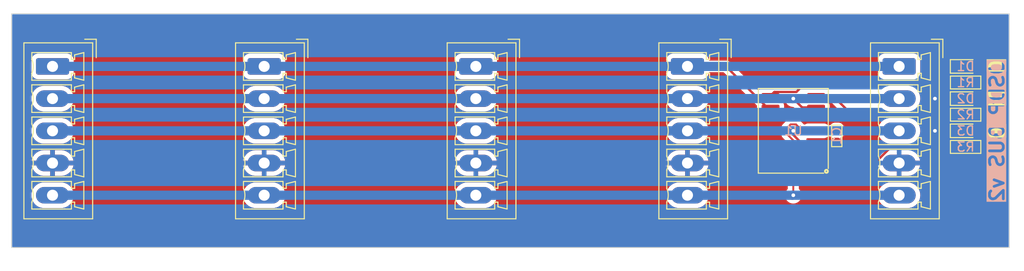
<source format=kicad_pcb>
(kicad_pcb (version 20221018) (generator pcbnew)
  (layers (0 "F.Cu" signal) (31 "B.Cu" signal) (34 "B.Paste" user) (35 "F.Paste" user) (36 "B.SilkS" user "B.Silkscreen") (37 "F.SilkS" user "F.Silkscreen") (38 "B.Mask" user) (39 "F.Mask" user) (44 "Edge.Cuts" user))
  (net 0 "")
  (net 1 "+")
  (net 2 "-")
  (net 3 "0")
  (net 4 "1")
  (net 5 "L")
  (net 6 "Net-(D1-A)")
  (net 7 "Net-(D2-A)")
  (net 8 "Net-(D3-A)")
  (net 9 "/0 out")
  (net 10 "/1 out")
  (net 11 "/L out")
  (net 12 "Net-(U1D--)")
  (footprint "LED_SMD:LED_0603_1608Metric_Pad1.05x0.95mm_HandSolder" (layer "F.Cu") (at 129.0625 34.6175)
    (fp_text reference "D2" (at 0 0) (layer "B.SilkS" knockout) (effects (justify mirror)))
    (fp_text value "LED")
    (fp_line (start -1.66 -0.735) (end -1.66 0.735) (stroke (width 0.12)) (layer "F.SilkS"))
    (fp_line (start -1.66 0.735) (end 0.8 0.735) (stroke (width 0.12)) (layer "F.SilkS"))
    (fp_line (start 0.8 -0.735) (end -1.66 -0.735) (stroke (width 0.12)) (layer "F.SilkS"))
    (pad "1" smd roundrect locked (at -0.875 0) (size 1.05 0.95) (layers "F.Cu" "F.Paste" "F.Mask") (net 2 "-"))
    (pad "2" smd roundrect locked (at 0.875 0) (size 1.05 0.95) (layers "F.Cu" "F.Paste" "F.Mask") (net 7 "Net-(D2-A)"))
  )
  (footprint "PCM_Resistor_SMD_AKL:R_0603_1608Metric_Pad0.98x0.95mm_HandSolder" (layer "F.Cu") (at 129.0625 32.8675)
    (fp_text reference "R1" (at 0 0 180) (layer "B.SilkS" knockout) (effects (justify mirror)))
    (fp_text value "1.5k")
    (fp_line (start -1.651 -0.6985) (end -1.651 0.6985) (stroke (width 0.12)) (layer "F.SilkS"))
    (fp_line (start -1.651 0.6985) (end 1.651 0.6985) (stroke (width 0.12)) (layer "F.SilkS"))
    (fp_line (start 1.651 -0.6985) (end -1.651 -0.6985) (stroke (width 0.12)) (layer "F.SilkS"))
    (fp_line (start 1.651 0.6985) (end 1.651 -0.6985) (stroke (width 0.12)) (layer "F.SilkS"))
    (pad "1" smd roundrect locked (at -0.9125 0) (size 0.975 0.95) (layers "F.Cu" "F.Paste" "F.Mask") (net 11 "/L out"))
    (pad "2" smd roundrect locked (at 0.9125 0) (size 0.975 0.95) (layers "F.Cu" "F.Paste" "F.Mask") (net 6 "Net-(D1-A)"))
  )
  (footprint "Connector_Phoenix_MC:PhoenixContact_MCV_1,5_5-G-3.5_1x05_P3.50mm_Vertical" (layer "F.Cu") (at 121.8375 31.1175 -90)
    (fp_text reference "J5" hide)
    (fp_text value "Conn_01x05")
    (fp_line (start -2.95 -4.75) (end -0.95 -4.75) (stroke (width 0.12)) (layer "F.SilkS"))
    (fp_line (start -2.95 -3.5) (end -2.95 -4.75) (stroke (width 0.12)) (layer "F.SilkS"))
    (fp_line (start -2.56 -4.36) (end -2.56 3.11) (stroke (width 0.12)) (layer "F.SilkS"))
    (fp_line (start -2.56 3.11) (end 16.56 3.11) (stroke (width 0.12)) (layer "F.SilkS"))
    (fp_line (start -1.5 -3.4) (end 1.5 -3.4) (stroke (width 0.12)) (layer "F.SilkS"))
    (fp_line (start -1.5 -2.05) (end -0.75 -2.05) (stroke (width 0.12)) (layer "F.SilkS"))
    (fp_line (start -1.5 2.25) (end -1.5 -2.05) (stroke (width 0.12)) (layer "F.SilkS"))
    (fp_line (start -1.25 -2.4) (end -1.5 -3.4) (stroke (width 0.12)) (layer "F.SilkS"))
    (fp_line (start -0.75 -2.4) (end -1.25 -2.4) (stroke (width 0.12)) (layer "F.SilkS"))
    (fp_line (start -0.75 -2.05) (end -0.75 -2.4) (stroke (width 0.12)) (layer "F.SilkS"))
    (fp_line (start -0.75 2.25) (end -1.5 2.25) (stroke (width 0.12)) (layer "F.SilkS"))
    (fp_line (start 0.75 -2.4) (end 0.75 -2.05) (stroke (width 0.12)) (layer "F.SilkS"))
    (fp_line (start 0.75 -2.05) (end 1.5 -2.05) (stroke (width 0.12)) (layer "F.SilkS"))
    (fp_line (start 1.25 -2.4) (end 0.75 -2.4) (stroke (width 0.12)) (layer "F.SilkS"))
    (fp_line (start 1.5 -3.4) (end 1.25 -2.4) (stroke (width 0.12)) (layer "F.SilkS"))
    (fp_line (start 1.5 -2.05) (end 1.5 2.25) (stroke (width 0.12)) (layer "F.SilkS"))
    (fp_line (start 1.5 2.25) (end 0.75 2.25) (stroke (width 0.12)) (layer "F.SilkS"))
    (fp_line (start 2 -3.4) (end 5 -3.4) (stroke (width 0.12)) (layer "F.SilkS"))
    (fp_line (start 2 -2.05) (end 2.75 -2.05) (stroke (width 0.12)) (layer "F.SilkS"))
    (fp_line (start 2 2.25) (end 2 -2.05) (stroke (width 0.12)) (layer "F.SilkS"))
    (fp_line (start 2.25 -2.4) (end 2 -3.4) (stroke (width 0.12)) (layer "F.SilkS"))
    (fp_line (start 2.75 -2.4) (end 2.25 -2.4) (stroke (width 0.12)) (layer "F.SilkS"))
    (fp_line (start 2.75 -2.05) (end 2.75 -2.4) (stroke (width 0.12)) (layer "F.SilkS"))
    (fp_line (start 2.75 2.25) (end 2 2.25) (stroke (width 0.12)) (layer "F.SilkS"))
    (fp_line (start 4.25 -2.4) (end 4.25 -2.05) (stroke (width 0.12)) (layer "F.SilkS"))
    (fp_line (start 4.25 -2.05) (end 5 -2.05) (stroke (width 0.12)) (layer "F.SilkS"))
    (fp_line (start 4.75 -2.4) (end 4.25 -2.4) (stroke (width 0.12)) (layer "F.SilkS"))
    (fp_line (start 5 -3.4) (end 4.75 -2.4) (stroke (width 0.12)) (layer "F.SilkS"))
    (fp_line (start 5 -2.05) (end 5 2.25) (stroke (width 0.12)) (layer "F.SilkS"))
    (fp_line (start 5 2.25) (end 4.25 2.25) (stroke (width 0.12)) (layer "F.SilkS"))
    (fp_line (start 5.5 -3.4) (end 8.5 -3.4) (stroke (width 0.12)) (layer "F.SilkS"))
    (fp_line (start 5.5 -2.05) (end 6.25 -2.05) (stroke (width 0.12)) (layer "F.SilkS"))
    (fp_line (start 5.5 2.25) (end 5.5 -2.05) (stroke (width 0.12)) (layer "F.SilkS"))
    (fp_line (start 5.75 -2.4) (end 5.5 -3.4) (stroke (width 0.12)) (layer "F.SilkS"))
    (fp_line (start 6.25 -2.4) (end 5.75 -2.4) (stroke (width 0.12)) (layer "F.SilkS"))
    (fp_line (start 6.25 -2.05) (end 6.25 -2.4) (stroke (width 0.12)) (layer "F.SilkS"))
    (fp_line (start 6.25 2.25) (end 5.5 2.25) (stroke (width 0.12)) (layer "F.SilkS"))
    (fp_line (start 7.75 -2.4) (end 7.75 -2.05) (stroke (width 0.12)) (layer "F.SilkS"))
    (fp_line (start 7.75 -2.05) (end 8.5 -2.05) (stroke (width 0.12)) (layer "F.SilkS"))
    (fp_line (start 8.25 -2.4) (end 7.75 -2.4) (stroke (width 0.12)) (layer "F.SilkS"))
    (fp_line (start 8.5 -3.4) (end 8.25 -2.4) (stroke (width 0.12)) (layer "F.SilkS"))
    (fp_line (start 8.5 -2.05) (end 8.5 2.25) (stroke (width 0.12)) (layer "F.SilkS"))
    (fp_line (start 8.5 2.25) (end 7.75 2.25) (stroke (width 0.12)) (layer "F.SilkS"))
    (fp_line (start 9 -3.4) (end 12 -3.4) (stroke (width 0.12)) (layer "F.SilkS"))
    (fp_line (start 9 -2.05) (end 9.75 -2.05) (stroke (width 0.12)) (layer "F.SilkS"))
    (fp_line (start 9 2.25) (end 9 -2.05) (stroke (width 0.12)) (layer "F.SilkS"))
    (fp_line (start 9.25 -2.4) (end 9 -3.4) (stroke (width 0.12)) (layer "F.SilkS"))
    (fp_line (start 9.75 -2.4) (end 9.25 -2.4) (stroke (width 0.12)) (layer "F.SilkS"))
    (fp_line (start 9.75 -2.05) (end 9.75 -2.4) (stroke (width 0.12)) (layer "F.SilkS"))
    (fp_line (start 9.75 2.25) (end 9 2.25) (stroke (width 0.12)) (layer "F.SilkS"))
    (fp_line (start 11.25 -2.4) (end 11.25 -2.05) (stroke (width 0.12)) (layer "F.SilkS"))
    (fp_line (start 11.25 -2.05) (end 12 -2.05) (stroke (width 0.12)) (layer "F.SilkS"))
    (fp_line (start 11.75 -2.4) (end 11.25 -2.4) (stroke (width 0.12)) (layer "F.SilkS"))
    (fp_line (start 12 -3.4) (end 11.75 -2.4) (stroke (width 0.12)) (layer "F.SilkS"))
    (fp_line (start 12 -2.05) (end 12 2.25) (stroke (width 0.12)) (layer "F.SilkS"))
    (fp_line (start 12 2.25) (end 11.25 2.25) (stroke (width 0.12)) (layer "F.SilkS"))
    (fp_line (start 12.5 -3.4) (end 15.5 -3.4) (stroke (width 0.12)) (layer "F.SilkS"))
    (fp_line (start 12.5 -2.05) (end 13.25 -2.05) (stroke (width 0.12)) (layer "F.SilkS"))
    (fp_line (start 12.5 2.25) (end 12.5 -2.05) (stroke (width 0.12)) (layer "F.SilkS"))
    (fp_line (start 12.75 -2.4) (end 12.5 -3.4) (stroke (width 0.12)) (layer "F.SilkS"))
    (fp_line (start 13.25 -2.4) (end 12.75 -2.4) (stroke (width 0.12)) (layer "F.SilkS"))
    (fp_line (start 13.25 -2.05) (end 13.25 -2.4) (stroke (width 0.12)) (layer "F.SilkS"))
    (fp_line (start 13.25 2.25) (end 12.5 2.25) (stroke (width 0.12)) (layer "F.SilkS"))
    (fp_line (start 14.75 -2.4) (end 14.75 -2.05) (stroke (width 0.12)) (layer "F.SilkS"))
    (fp_line (start 14.75 -2.05) (end 15.5 -2.05) (stroke (width 0.12)) (layer "F.SilkS"))
    (fp_line (start 15.25 -2.4) (end 14.75 -2.4) (stroke (width 0.12)) (layer "F.SilkS"))
    (fp_line (start 15.5 -3.4) (end 15.25 -2.4) (stroke (width 0.12)) (layer "F.SilkS"))
    (fp_line (start 15.5 -2.05) (end 15.5 2.25) (stroke (width 0.12)) (layer "F.SilkS"))
    (fp_line (start 15.5 2.25) (end 14.75 2.25) (stroke (width 0.12)) (layer "F.SilkS"))
    (fp_line (start 16.56 -4.36) (end -2.56 -4.36) (stroke (width 0.12)) (layer "F.SilkS"))
    (fp_line (start 16.56 3.11) (end 16.56 -4.36) (stroke (width 0.12)) (layer "F.SilkS"))
    (fp_arc (start -0.75 2.25) (mid -0.000193 2.09191) (end 0.749647 2.249844) (stroke (width 0.12)) (layer "F.SilkS"))
    (fp_arc (start 2.75 2.25) (mid 3.499807 2.09191) (end 4.249647 2.249844) (stroke (width 0.12)) (layer "F.SilkS"))
    (fp_arc (start 6.25 2.25) (mid 6.999807 2.09191) (end 7.749647 2.249844) (stroke (width 0.12)) (layer "F.SilkS"))
    (fp_arc (start 9.75 2.25) (mid 10.499807 2.09191) (end 11.249647 2.249844) (stroke (width 0.12)) (layer "F.SilkS"))
    (fp_arc (start 13.25 2.25) (mid 13.999807 2.09191) (end 14.749647 2.249844) (stroke (width 0.12)) (layer "F.SilkS"))
    (pad "1" thru_hole roundrect locked (at 0 0 270) (size 1.8 3.6) (drill 1.2) (layers "*.Cu" "*.Mask") (roundrect_rratio 0.1388888889) (net 5 "L"))
    (pad "2" thru_hole oval locked (at 3.5 0 270) (size 1.8 3.6) (drill 1.2) (layers "*.Cu" "*.Mask") (net 4 "1"))
    (pad "3" thru_hole oval locked (at 7 0 270) (size 1.8 3.6) (drill 1.2) (layers "*.Cu" "*.Mask") (net 3 "0"))
    (pad "4" thru_hole oval locked (at 10.5 0 270) (size 1.8 3.6) (drill 1.2) (layers "*.Cu" "*.Mask") (net 2 "-"))
    (pad "5" thru_hole oval locked (at 14 0 270) (size 1.8 3.6) (drill 1.2) (layers "*.Cu" "*.Mask") (net 1 "+"))
  )
  (footprint "Connector_Phoenix_MC:PhoenixContact_MCV_1,5_5-G-3.5_1x05_P3.50mm_Vertical" (layer "F.Cu") (at 29.8375 31.1175 -90)
    (fp_text reference "J1" hide)
    (fp_text value "Conn_01x05")
    (fp_line (start -2.95 -4.75) (end -0.95 -4.75) (stroke (width 0.12)) (layer "F.SilkS"))
    (fp_line (start -2.95 -3.5) (end -2.95 -4.75) (stroke (width 0.12)) (layer "F.SilkS"))
    (fp_line (start -2.56 -4.36) (end -2.56 3.11) (stroke (width 0.12)) (layer "F.SilkS"))
    (fp_line (start -2.56 3.11) (end 16.56 3.11) (stroke (width 0.12)) (layer "F.SilkS"))
    (fp_line (start -1.5 -3.4) (end 1.5 -3.4) (stroke (width 0.12)) (layer "F.SilkS"))
    (fp_line (start -1.5 -2.05) (end -0.75 -2.05) (stroke (width 0.12)) (layer "F.SilkS"))
    (fp_line (start -1.5 2.25) (end -1.5 -2.05) (stroke (width 0.12)) (layer "F.SilkS"))
    (fp_line (start -1.25 -2.4) (end -1.5 -3.4) (stroke (width 0.12)) (layer "F.SilkS"))
    (fp_line (start -0.75 -2.4) (end -1.25 -2.4) (stroke (width 0.12)) (layer "F.SilkS"))
    (fp_line (start -0.75 -2.05) (end -0.75 -2.4) (stroke (width 0.12)) (layer "F.SilkS"))
    (fp_line (start -0.75 2.25) (end -1.5 2.25) (stroke (width 0.12)) (layer "F.SilkS"))
    (fp_line (start 0.75 -2.4) (end 0.75 -2.05) (stroke (width 0.12)) (layer "F.SilkS"))
    (fp_line (start 0.75 -2.05) (end 1.5 -2.05) (stroke (width 0.12)) (layer "F.SilkS"))
    (fp_line (start 1.25 -2.4) (end 0.75 -2.4) (stroke (width 0.12)) (layer "F.SilkS"))
    (fp_line (start 1.5 -3.4) (end 1.25 -2.4) (stroke (width 0.12)) (layer "F.SilkS"))
    (fp_line (start 1.5 -2.05) (end 1.5 2.25) (stroke (width 0.12)) (layer "F.SilkS"))
    (fp_line (start 1.5 2.25) (end 0.75 2.25) (stroke (width 0.12)) (layer "F.SilkS"))
    (fp_line (start 2 -3.4) (end 5 -3.4) (stroke (width 0.12)) (layer "F.SilkS"))
    (fp_line (start 2 -2.05) (end 2.75 -2.05) (stroke (width 0.12)) (layer "F.SilkS"))
    (fp_line (start 2 2.25) (end 2 -2.05) (stroke (width 0.12)) (layer "F.SilkS"))
    (fp_line (start 2.25 -2.4) (end 2 -3.4) (stroke (width 0.12)) (layer "F.SilkS"))
    (fp_line (start 2.75 -2.4) (end 2.25 -2.4) (stroke (width 0.12)) (layer "F.SilkS"))
    (fp_line (start 2.75 -2.05) (end 2.75 -2.4) (stroke (width 0.12)) (layer "F.SilkS"))
    (fp_line (start 2.75 2.25) (end 2 2.25) (stroke (width 0.12)) (layer "F.SilkS"))
    (fp_line (start 4.25 -2.4) (end 4.25 -2.05) (stroke (width 0.12)) (layer "F.SilkS"))
    (fp_line (start 4.25 -2.05) (end 5 -2.05) (stroke (width 0.12)) (layer "F.SilkS"))
    (fp_line (start 4.75 -2.4) (end 4.25 -2.4) (stroke (width 0.12)) (layer "F.SilkS"))
    (fp_line (start 5 -3.4) (end 4.75 -2.4) (stroke (width 0.12)) (layer "F.SilkS"))
    (fp_line (start 5 -2.05) (end 5 2.25) (stroke (width 0.12)) (layer "F.SilkS"))
    (fp_line (start 5 2.25) (end 4.25 2.25) (stroke (width 0.12)) (layer "F.SilkS"))
    (fp_line (start 5.5 -3.4) (end 8.5 -3.4) (stroke (width 0.12)) (layer "F.SilkS"))
    (fp_line (start 5.5 -2.05) (end 6.25 -2.05) (stroke (width 0.12)) (layer "F.SilkS"))
    (fp_line (start 5.5 2.25) (end 5.5 -2.05) (stroke (width 0.12)) (layer "F.SilkS"))
    (fp_line (start 5.75 -2.4) (end 5.5 -3.4) (stroke (width 0.12)) (layer "F.SilkS"))
    (fp_line (start 6.25 -2.4) (end 5.75 -2.4) (stroke (width 0.12)) (layer "F.SilkS"))
    (fp_line (start 6.25 -2.05) (end 6.25 -2.4) (stroke (width 0.12)) (layer "F.SilkS"))
    (fp_line (start 6.25 2.25) (end 5.5 2.25) (stroke (width 0.12)) (layer "F.SilkS"))
    (fp_line (start 7.75 -2.4) (end 7.75 -2.05) (stroke (width 0.12)) (layer "F.SilkS"))
    (fp_line (start 7.75 -2.05) (end 8.5 -2.05) (stroke (width 0.12)) (layer "F.SilkS"))
    (fp_line (start 8.25 -2.4) (end 7.75 -2.4) (stroke (width 0.12)) (layer "F.SilkS"))
    (fp_line (start 8.5 -3.4) (end 8.25 -2.4) (stroke (width 0.12)) (layer "F.SilkS"))
    (fp_line (start 8.5 -2.05) (end 8.5 2.25) (stroke (width 0.12)) (layer "F.SilkS"))
    (fp_line (start 8.5 2.25) (end 7.75 2.25) (stroke (width 0.12)) (layer "F.SilkS"))
    (fp_line (start 9 -3.4) (end 12 -3.4) (stroke (width 0.12)) (layer "F.SilkS"))
    (fp_line (start 9 -2.05) (end 9.75 -2.05) (stroke (width 0.12)) (layer "F.SilkS"))
    (fp_line (start 9 2.25) (end 9 -2.05) (stroke (width 0.12)) (layer "F.SilkS"))
    (fp_line (start 9.25 -2.4) (end 9 -3.4) (stroke (width 0.12)) (layer "F.SilkS"))
    (fp_line (start 9.75 -2.4) (end 9.25 -2.4) (stroke (width 0.12)) (layer "F.SilkS"))
    (fp_line (start 9.75 -2.05) (end 9.75 -2.4) (stroke (width 0.12)) (layer "F.SilkS"))
    (fp_line (start 9.75 2.25) (end 9 2.25) (stroke (width 0.12)) (layer "F.SilkS"))
    (fp_line (start 11.25 -2.4) (end 11.25 -2.05) (stroke (width 0.12)) (layer "F.SilkS"))
    (fp_line (start 11.25 -2.05) (end 12 -2.05) (stroke (width 0.12)) (layer "F.SilkS"))
    (fp_line (start 11.75 -2.4) (end 11.25 -2.4) (stroke (width 0.12)) (layer "F.SilkS"))
    (fp_line (start 12 -3.4) (end 11.75 -2.4) (stroke (width 0.12)) (layer "F.SilkS"))
    (fp_line (start 12 -2.05) (end 12 2.25) (stroke (width 0.12)) (layer "F.SilkS"))
    (fp_line (start 12 2.25) (end 11.25 2.25) (stroke (width 0.12)) (layer "F.SilkS"))
    (fp_line (start 12.5 -3.4) (end 15.5 -3.4) (stroke (width 0.12)) (layer "F.SilkS"))
    (fp_line (start 12.5 -2.05) (end 13.25 -2.05) (stroke (width 0.12)) (layer "F.SilkS"))
    (fp_line (start 12.5 2.25) (end 12.5 -2.05) (stroke (width 0.12)) (layer "F.SilkS"))
    (fp_line (start 12.75 -2.4) (end 12.5 -3.4) (stroke (width 0.12)) (layer "F.SilkS"))
    (fp_line (start 13.25 -2.4) (end 12.75 -2.4) (stroke (width 0.12)) (layer "F.SilkS"))
    (fp_line (start 13.25 -2.05) (end 13.25 -2.4) (stroke (width 0.12)) (layer "F.SilkS"))
    (fp_line (start 13.25 2.25) (end 12.5 2.25) (stroke (width 0.12)) (layer "F.SilkS"))
    (fp_line (start 14.75 -2.4) (end 14.75 -2.05) (stroke (width 0.12)) (layer "F.SilkS"))
    (fp_line (start 14.75 -2.05) (end 15.5 -2.05) (stroke (width 0.12)) (layer "F.SilkS"))
    (fp_line (start 15.25 -2.4) (end 14.75 -2.4) (stroke (width 0.12)) (layer "F.SilkS"))
    (fp_line (start 15.5 -3.4) (end 15.25 -2.4) (stroke (width 0.12)) (layer "F.SilkS"))
    (fp_line (start 15.5 -2.05) (end 15.5 2.25) (stroke (width 0.12)) (layer "F.SilkS"))
    (fp_line (start 15.5 2.25) (end 14.75 2.25) (stroke (width 0.12)) (layer "F.SilkS"))
    (fp_line (start 16.56 -4.36) (end -2.56 -4.36) (stroke (width 0.12)) (layer "F.SilkS"))
    (fp_line (start 16.56 3.11) (end 16.56 -4.36) (stroke (width 0.12)) (layer "F.SilkS"))
    (fp_arc (start -0.75 2.25) (mid -0.000193 2.09191) (end 0.749647 2.249844) (stroke (width 0.12)) (layer "F.SilkS"))
    (fp_arc (start 2.75 2.25) (mid 3.499807 2.09191) (end 4.249647 2.249844) (stroke (width 0.12)) (layer "F.SilkS"))
    (fp_arc (start 6.25 2.25) (mid 6.999807 2.09191) (end 7.749647 2.249844) (stroke (width 0.12)) (layer "F.SilkS"))
    (fp_arc (start 9.75 2.25) (mid 10.499807 2.09191) (end 11.249647 2.249844) (stroke (width 0.12)) (layer "F.SilkS"))
    (fp_arc (start 13.25 2.25) (mid 13.999807 2.09191) (end 14.749647 2.249844) (stroke (width 0.12)) (layer "F.SilkS"))
    (pad "1" thru_hole roundrect locked (at 0 0 270) (size 1.8 3.6) (drill 1.2) (layers "*.Cu" "*.Mask") (roundrect_rratio 0.1388888889) (net 5 "L"))
    (pad "2" thru_hole oval locked (at 3.5 0 270) (size 1.8 3.6) (drill 1.2) (layers "*.Cu" "*.Mask") (net 4 "1"))
    (pad "3" thru_hole oval locked (at 7 0 270) (size 1.8 3.6) (drill 1.2) (layers "*.Cu" "*.Mask") (net 3 "0"))
    (pad "4" thru_hole oval locked (at 10.5 0 270) (size 1.8 3.6) (drill 1.2) (layers "*.Cu" "*.Mask") (net 2 "-"))
    (pad "5" thru_hole oval locked (at 14 0 270) (size 1.8 3.6) (drill 1.2) (layers "*.Cu" "*.Mask") (net 1 "+"))
  )
  (footprint "Connector_Phoenix_MC:PhoenixContact_MCV_1,5_5-G-3.5_1x05_P3.50mm_Vertical" (layer "F.Cu") (at 52.8375 31.1175 -90)
    (fp_text reference "J2" hide)
    (fp_text value "Conn_01x05")
    (fp_line (start -2.95 -4.75) (end -0.95 -4.75) (stroke (width 0.12)) (layer "F.SilkS"))
    (fp_line (start -2.95 -3.5) (end -2.95 -4.75) (stroke (width 0.12)) (layer "F.SilkS"))
    (fp_line (start -2.56 -4.36) (end -2.56 3.11) (stroke (width 0.12)) (layer "F.SilkS"))
    (fp_line (start -2.56 3.11) (end 16.56 3.11) (stroke (width 0.12)) (layer "F.SilkS"))
    (fp_line (start -1.5 -3.4) (end 1.5 -3.4) (stroke (width 0.12)) (layer "F.SilkS"))
    (fp_line (start -1.5 -2.05) (end -0.75 -2.05) (stroke (width 0.12)) (layer "F.SilkS"))
    (fp_line (start -1.5 2.25) (end -1.5 -2.05) (stroke (width 0.12)) (layer "F.SilkS"))
    (fp_line (start -1.25 -2.4) (end -1.5 -3.4) (stroke (width 0.12)) (layer "F.SilkS"))
    (fp_line (start -0.75 -2.4) (end -1.25 -2.4) (stroke (width 0.12)) (layer "F.SilkS"))
    (fp_line (start -0.75 -2.05) (end -0.75 -2.4) (stroke (width 0.12)) (layer "F.SilkS"))
    (fp_line (start -0.75 2.25) (end -1.5 2.25) (stroke (width 0.12)) (layer "F.SilkS"))
    (fp_line (start 0.75 -2.4) (end 0.75 -2.05) (stroke (width 0.12)) (layer "F.SilkS"))
    (fp_line (start 0.75 -2.05) (end 1.5 -2.05) (stroke (width 0.12)) (layer "F.SilkS"))
    (fp_line (start 1.25 -2.4) (end 0.75 -2.4) (stroke (width 0.12)) (layer "F.SilkS"))
    (fp_line (start 1.5 -3.4) (end 1.25 -2.4) (stroke (width 0.12)) (layer "F.SilkS"))
    (fp_line (start 1.5 -2.05) (end 1.5 2.25) (stroke (width 0.12)) (layer "F.SilkS"))
    (fp_line (start 1.5 2.25) (end 0.75 2.25) (stroke (width 0.12)) (layer "F.SilkS"))
    (fp_line (start 2 -3.4) (end 5 -3.4) (stroke (width 0.12)) (layer "F.SilkS"))
    (fp_line (start 2 -2.05) (end 2.75 -2.05) (stroke (width 0.12)) (layer "F.SilkS"))
    (fp_line (start 2 2.25) (end 2 -2.05) (stroke (width 0.12)) (layer "F.SilkS"))
    (fp_line (start 2.25 -2.4) (end 2 -3.4) (stroke (width 0.12)) (layer "F.SilkS"))
    (fp_line (start 2.75 -2.4) (end 2.25 -2.4) (stroke (width 0.12)) (layer "F.SilkS"))
    (fp_line (start 2.75 -2.05) (end 2.75 -2.4) (stroke (width 0.12)) (layer "F.SilkS"))
    (fp_line (start 2.75 2.25) (end 2 2.25) (stroke (width 0.12)) (layer "F.SilkS"))
    (fp_line (start 4.25 -2.4) (end 4.25 -2.05) (stroke (width 0.12)) (layer "F.SilkS"))
    (fp_line (start 4.25 -2.05) (end 5 -2.05) (stroke (width 0.12)) (layer "F.SilkS"))
    (fp_line (start 4.75 -2.4) (end 4.25 -2.4) (stroke (width 0.12)) (layer "F.SilkS"))
    (fp_line (start 5 -3.4) (end 4.75 -2.4) (stroke (width 0.12)) (layer "F.SilkS"))
    (fp_line (start 5 -2.05) (end 5 2.25) (stroke (width 0.12)) (layer "F.SilkS"))
    (fp_line (start 5 2.25) (end 4.25 2.25) (stroke (width 0.12)) (layer "F.SilkS"))
    (fp_line (start 5.5 -3.4) (end 8.5 -3.4) (stroke (width 0.12)) (layer "F.SilkS"))
    (fp_line (start 5.5 -2.05) (end 6.25 -2.05) (stroke (width 0.12)) (layer "F.SilkS"))
    (fp_line (start 5.5 2.25) (end 5.5 -2.05) (stroke (width 0.12)) (layer "F.SilkS"))
    (fp_line (start 5.75 -2.4) (end 5.5 -3.4) (stroke (width 0.12)) (layer "F.SilkS"))
    (fp_line (start 6.25 -2.4) (end 5.75 -2.4) (stroke (width 0.12)) (layer "F.SilkS"))
    (fp_line (start 6.25 -2.05) (end 6.25 -2.4) (stroke (width 0.12)) (layer "F.SilkS"))
    (fp_line (start 6.25 2.25) (end 5.5 2.25) (stroke (width 0.12)) (layer "F.SilkS"))
    (fp_line (start 7.75 -2.4) (end 7.75 -2.05) (stroke (width 0.12)) (layer "F.SilkS"))
    (fp_line (start 7.75 -2.05) (end 8.5 -2.05) (stroke (width 0.12)) (layer "F.SilkS"))
    (fp_line (start 8.25 -2.4) (end 7.75 -2.4) (stroke (width 0.12)) (layer "F.SilkS"))
    (fp_line (start 8.5 -3.4) (end 8.25 -2.4) (stroke (width 0.12)) (layer "F.SilkS"))
    (fp_line (start 8.5 -2.05) (end 8.5 2.25) (stroke (width 0.12)) (layer "F.SilkS"))
    (fp_line (start 8.5 2.25) (end 7.75 2.25) (stroke (width 0.12)) (layer "F.SilkS"))
    (fp_line (start 9 -3.4) (end 12 -3.4) (stroke (width 0.12)) (layer "F.SilkS"))
    (fp_line (start 9 -2.05) (end 9.75 -2.05) (stroke (width 0.12)) (layer "F.SilkS"))
    (fp_line (start 9 2.25) (end 9 -2.05) (stroke (width 0.12)) (layer "F.SilkS"))
    (fp_line (start 9.25 -2.4) (end 9 -3.4) (stroke (width 0.12)) (layer "F.SilkS"))
    (fp_line (start 9.75 -2.4) (end 9.25 -2.4) (stroke (width 0.12)) (layer "F.SilkS"))
    (fp_line (start 9.75 -2.05) (end 9.75 -2.4) (stroke (width 0.12)) (layer "F.SilkS"))
    (fp_line (start 9.75 2.25) (end 9 2.25) (stroke (width 0.12)) (layer "F.SilkS"))
    (fp_line (start 11.25 -2.4) (end 11.25 -2.05) (stroke (width 0.12)) (layer "F.SilkS"))
    (fp_line (start 11.25 -2.05) (end 12 -2.05) (stroke (width 0.12)) (layer "F.SilkS"))
    (fp_line (start 11.75 -2.4) (end 11.25 -2.4) (stroke (width 0.12)) (layer "F.SilkS"))
    (fp_line (start 12 -3.4) (end 11.75 -2.4) (stroke (width 0.12)) (layer "F.SilkS"))
    (fp_line (start 12 -2.05) (end 12 2.25) (stroke (width 0.12)) (layer "F.SilkS"))
    (fp_line (start 12 2.25) (end 11.25 2.25) (stroke (width 0.12)) (layer "F.SilkS"))
    (fp_line (start 12.5 -3.4) (end 15.5 -3.4) (stroke (width 0.12)) (layer "F.SilkS"))
    (fp_line (start 12.5 -2.05) (end 13.25 -2.05) (stroke (width 0.12)) (layer "F.SilkS"))
    (fp_line (start 12.5 2.25) (end 12.5 -2.05) (stroke (width 0.12)) (layer "F.SilkS"))
    (fp_line (start 12.75 -2.4) (end 12.5 -3.4) (stroke (width 0.12)) (layer "F.SilkS"))
    (fp_line (start 13.25 -2.4) (end 12.75 -2.4) (stroke (width 0.12)) (layer "F.SilkS"))
    (fp_line (start 13.25 -2.05) (end 13.25 -2.4) (stroke (width 0.12)) (layer "F.SilkS"))
    (fp_line (start 13.25 2.25) (end 12.5 2.25) (stroke (width 0.12)) (layer "F.SilkS"))
    (fp_line (start 14.75 -2.4) (end 14.75 -2.05) (stroke (width 0.12)) (layer "F.SilkS"))
    (fp_line (start 14.75 -2.05) (end 15.5 -2.05) (stroke (width 0.12)) (layer "F.SilkS"))
    (fp_line (start 15.25 -2.4) (end 14.75 -2.4) (stroke (width 0.12)) (layer "F.SilkS"))
    (fp_line (start 15.5 -3.4) (end 15.25 -2.4) (stroke (width 0.12)) (layer "F.SilkS"))
    (fp_line (start 15.5 -2.05) (end 15.5 2.25) (stroke (width 0.12)) (layer "F.SilkS"))
    (fp_line (start 15.5 2.25) (end 14.75 2.25) (stroke (width 0.12)) (layer "F.SilkS"))
    (fp_line (start 16.56 -4.36) (end -2.56 -4.36) (stroke (width 0.12)) (layer "F.SilkS"))
    (fp_line (start 16.56 3.11) (end 16.56 -4.36) (stroke (width 0.12)) (layer "F.SilkS"))
    (fp_arc (start -0.75 2.25) (mid -0.000193 2.09191) (end 0.749647 2.249844) (stroke (width 0.12)) (layer "F.SilkS"))
    (fp_arc (start 2.75 2.25) (mid 3.499807 2.09191) (end 4.249647 2.249844) (stroke (width 0.12)) (layer "F.SilkS"))
    (fp_arc (start 6.25 2.25) (mid 6.999807 2.09191) (end 7.749647 2.249844) (stroke (width 0.12)) (layer "F.SilkS"))
    (fp_arc (start 9.75 2.25) (mid 10.499807 2.09191) (end 11.249647 2.249844) (stroke (width 0.12)) (layer "F.SilkS"))
    (fp_arc (start 13.25 2.25) (mid 13.999807 2.09191) (end 14.749647 2.249844) (stroke (width 0.12)) (layer "F.SilkS"))
    (pad "1" thru_hole roundrect locked (at 0 0 270) (size 1.8 3.6) (drill 1.2) (layers "*.Cu" "*.Mask") (roundrect_rratio 0.1388888889) (net 5 "L"))
    (pad "2" thru_hole oval locked (at 3.5 0 270) (size 1.8 3.6) (drill 1.2) (layers "*.Cu" "*.Mask") (net 4 "1"))
    (pad "3" thru_hole oval locked (at 7 0 270) (size 1.8 3.6) (drill 1.2) (layers "*.Cu" "*.Mask") (net 3 "0"))
    (pad "4" thru_hole oval locked (at 10.5 0 270) (size 1.8 3.6) (drill 1.2) (layers "*.Cu" "*.Mask") (net 2 "-"))
    (pad "5" thru_hole oval locked (at 14 0 270) (size 1.8 3.6) (drill 1.2) (layers "*.Cu" "*.Mask") (net 1 "+"))
  )
  (footprint "LED_SMD:LED_0603_1608Metric_Pad1.05x0.95mm_HandSolder" (layer "F.Cu") (at 129.0625 38.1175)
    (fp_text reference "D3" (at 0 0 180) (layer "B.SilkS" knockout) (effects (justify mirror)))
    (fp_text value "LED")
    (fp_line (start -1.66 -0.735) (end -1.66 0.735) (stroke (width 0.12)) (layer "F.SilkS"))
    (fp_line (start -1.66 0.735) (end 0.8 0.735) (stroke (width 0.12)) (layer "F.SilkS"))
    (fp_line (start 0.8 -0.735) (end -1.66 -0.735) (stroke (width 0.12)) (layer "F.SilkS"))
    (pad "1" smd roundrect locked (at -0.875 0) (size 1.05 0.95) (layers "F.Cu" "F.Paste" "F.Mask") (net 2 "-"))
    (pad "2" smd roundrect locked (at 0.875 0) (size 1.05 0.95) (layers "F.Cu" "F.Paste" "F.Mask") (net 8 "Net-(D3-A)"))
  )
  (footprint "PCM_Resistor_SMD_AKL:R_0603_1608Metric_Pad0.98x0.95mm_HandSolder" (layer "F.Cu") (at 129.0625 36.3675)
    (fp_text reference "R2" (at 0 0) (layer "B.SilkS" knockout) (effects (justify mirror)))
    (fp_text value "1.5k")
    (fp_line (start -1.651 -0.6985) (end -1.651 0.6985) (stroke (width 0.12)) (layer "F.SilkS"))
    (fp_line (start -1.651 0.6985) (end 1.651 0.6985) (stroke (width 0.12)) (layer "F.SilkS"))
    (fp_line (start 1.651 -0.6985) (end -1.651 -0.6985) (stroke (width 0.12)) (layer "F.SilkS"))
    (fp_line (start 1.651 0.6985) (end 1.651 -0.6985) (stroke (width 0.12)) (layer "F.SilkS"))
    (pad "1" smd roundrect locked (at -0.9125 0) (size 0.975 0.95) (layers "F.Cu" "F.Paste" "F.Mask") (net 10 "/1 out"))
    (pad "2" smd roundrect locked (at 0.9125 0) (size 0.975 0.95) (layers "F.Cu" "F.Paste" "F.Mask") (net 7 "Net-(D2-A)"))
  )
  (footprint "PCM_Package_SO_AKL:SOIC-14_3.9x8.7mm_P1.27mm" (layer "F.Cu") (at 110.3375 38.1175 180)
    (fp_text reference "U1" (at 0 0 180) (layer "B.SilkS" knockout) (effects (justify mirror)))
    (fp_text value "LM324" hide)
    (fp_line (start -3.8 -4.1) (end -3.8 4.6) (stroke (width 0.12)) (layer "F.SilkS"))
    (fp_line (start -3.8 4.6) (end 3.8 4.6) (stroke (width 0.12)) (layer "F.SilkS"))
    (fp_line (start 3.8 -4.6) (end -3.3 -4.6) (stroke (width 0.12)) (layer "F.SilkS"))
    (fp_line (start 3.8 4.6) (end 3.8 -4.6) (stroke (width 0.12)) (layer "F.SilkS"))
    (fp_circle (center -3.6 -4.4) (end -3.5365 -4.4) (stroke (width 0.2)) (fill none) (layer "F.SilkS"))
    (pad "1" smd roundrect (at -2.475 -3.81 180) (size 1.95 0.6) (layers "F.Cu" "F.Paste" "F.Mask") (net 9 "/0 out"))
    (pad "2" smd roundrect (at -2.475 -2.54 180) (size 1.95 0.6) (layers "F.Cu" "F.Paste" "F.Mask") (net 3 "0"))
    (pad "3" smd roundrect (at -2.475 -1.27 180) (size 1.95 0.6) (layers "F.Cu" "F.Paste" "F.Mask") (net 2 "-"))
    (pad "4" smd roundrect (at -2.475 0 180) (size 1.95 0.6) (layers "F.Cu" "F.Paste" "F.Mask") (net 1 "+"))
    (pad "5" smd roundrect (at -2.475 1.27 180) (size 1.95 0.6) (layers "F.Cu" "F.Paste" "F.Mask") (net 2 "-"))
    (pad "6" smd roundrect (at -2.475 2.54 180) (size 1.95 0.6) (layers "F.Cu" "F.Paste" "F.Mask") (net 4 "1"))
    (pad "7" smd roundrect (at -2.475 3.81 180) (size 1.95 0.6) (layers "F.Cu" "F.Paste" "F.Mask") (net 10 "/1 out"))
    (pad "8" smd roundrect (at 2.475 3.81 180) (size 1.95 0.6) (layers "F.Cu" "F.Paste" "F.Mask") (net 11 "/L out"))
    (pad "9" smd roundrect (at 2.475 2.54 180) (size 1.95 0.6) (layers "F.Cu" "F.Paste" "F.Mask") (net 5 "L"))
    (pad "10" smd roundrect (at 2.475 1.27 180) (size 1.95 0.6) (layers "F.Cu" "F.Paste" "F.Mask") (net 2 "-"))
    (pad "11" smd roundrect (at 2.475 0 180) (size 1.95 0.6) (layers "F.Cu" "F.Paste" "F.Mask") (net 2 "-"))
    (pad "12" smd roundrect (at 2.475 -1.27 180) (size 1.95 0.6) (layers "F.Cu" "F.Paste" "F.Mask") (net 2 "-"))
    (pad "13" smd roundrect (at 2.475 -2.54 180) (size 1.95 0.6) (layers "F.Cu" "F.Paste" "F.Mask") (net 12 "Net-(U1D--)"))
    (pad "14" smd roundrect (at 2.475 -3.81 180) (size 1.95 0.6) (layers "F.Cu" "F.Paste" "F.Mask") (net 12 "Net-(U1D--)"))
  )
  (footprint "PCM_Capacitor_SMD_AKL:C_0402_1005Metric_Pad0.74x0.62mm_HandSolder" (layer "F.Cu") (at 115.062 38.6675 -90)
    (fp_text reference "C1" (at 0 0 90) (layer "B.SilkS" knockout) (effects (justify mirror)))
    (fp_text value "0.1uF")
    (fp_line (start -1.1684 -0.5588) (end 1.1684 -0.5588) (stroke (width 0.12)) (layer "F.SilkS"))
    (fp_line (start -1.1684 -0.508) (end -1.1684 -0.5588) (stroke (width 0.12)) (layer "F.SilkS"))
    (fp_line (start -1.1684 -0.508) (end -1.1684 -0.0508) (stroke (width 0.12)) (layer "F.SilkS"))
    (fp_line (start -1.1684 0.5588) (end -1.1684 -0.0508) (stroke (width 0.12)) (layer "F.SilkS"))
    (fp_line (start 1.1684 -0.5588) (end 1.1684 0.5588) (stroke (width 0.12)) (layer "F.SilkS"))
    (fp_line (start 1.1684 0.5588) (end -1.1684 0.5588) (stroke (width 0.12)) (layer "F.SilkS"))
    (pad "1" smd roundrect (at -0.5675 0 270) (size 0.735 0.62) (layers "F.Cu" "F.Paste" "F.Mask") (net 1 "+"))
    (pad "2" smd roundrect (at 0.5675 0 270) (size 0.735 0.62) (layers "F.Cu" "F.Paste" "F.Mask") (net 2 "-"))
  )
  (footprint "Connector_Phoenix_MC:PhoenixContact_MCV_1,5_5-G-3.5_1x05_P3.50mm_Vertical" (layer "F.Cu") (at 75.8375 31.1175 -90)
    (fp_text reference "J3" hide)
    (fp_text value "Conn_01x05")
    (fp_line (start -2.95 -4.75) (end -0.95 -4.75) (stroke (width 0.12)) (layer "F.SilkS"))
    (fp_line (start -2.95 -3.5) (end -2.95 -4.75) (stroke (width 0.12)) (layer "F.SilkS"))
    (fp_line (start -2.56 -4.36) (end -2.56 3.11) (stroke (width 0.12)) (layer "F.SilkS"))
    (fp_line (start -2.56 3.11) (end 16.56 3.11) (stroke (width 0.12)) (layer "F.SilkS"))
    (fp_line (start -1.5 -3.4) (end 1.5 -3.4) (stroke (width 0.12)) (layer "F.SilkS"))
    (fp_line (start -1.5 -2.05) (end -0.75 -2.05) (stroke (width 0.12)) (layer "F.SilkS"))
    (fp_line (start -1.5 2.25) (end -1.5 -2.05) (stroke (width 0.12)) (layer "F.SilkS"))
    (fp_line (start -1.25 -2.4) (end -1.5 -3.4) (stroke (width 0.12)) (layer "F.SilkS"))
    (fp_line (start -0.75 -2.4) (end -1.25 -2.4) (stroke (width 0.12)) (layer "F.SilkS"))
    (fp_line (start -0.75 -2.05) (end -0.75 -2.4) (stroke (width 0.12)) (layer "F.SilkS"))
    (fp_line (start -0.75 2.25) (end -1.5 2.25) (stroke (width 0.12)) (layer "F.SilkS"))
    (fp_line (start 0.75 -2.4) (end 0.75 -2.05) (stroke (width 0.12)) (layer "F.SilkS"))
    (fp_line (start 0.75 -2.05) (end 1.5 -2.05) (stroke (width 0.12)) (layer "F.SilkS"))
    (fp_line (start 1.25 -2.4) (end 0.75 -2.4) (stroke (width 0.12)) (layer "F.SilkS"))
    (fp_line (start 1.5 -3.4) (end 1.25 -2.4) (stroke (width 0.12)) (layer "F.SilkS"))
    (fp_line (start 1.5 -2.05) (end 1.5 2.25) (stroke (width 0.12)) (layer "F.SilkS"))
    (fp_line (start 1.5 2.25) (end 0.75 2.25) (stroke (width 0.12)) (layer "F.SilkS"))
    (fp_line (start 2 -3.4) (end 5 -3.4) (stroke (width 0.12)) (layer "F.SilkS"))
    (fp_line (start 2 -2.05) (end 2.75 -2.05) (stroke (width 0.12)) (layer "F.SilkS"))
    (fp_line (start 2 2.25) (end 2 -2.05) (stroke (width 0.12)) (layer "F.SilkS"))
    (fp_line (start 2.25 -2.4) (end 2 -3.4) (stroke (width 0.12)) (layer "F.SilkS"))
    (fp_line (start 2.75 -2.4) (end 2.25 -2.4) (stroke (width 0.12)) (layer "F.SilkS"))
    (fp_line (start 2.75 -2.05) (end 2.75 -2.4) (stroke (width 0.12)) (layer "F.SilkS"))
    (fp_line (start 2.75 2.25) (end 2 2.25) (stroke (width 0.12)) (layer "F.SilkS"))
    (fp_line (start 4.25 -2.4) (end 4.25 -2.05) (stroke (width 0.12)) (layer "F.SilkS"))
    (fp_line (start 4.25 -2.05) (end 5 -2.05) (stroke (width 0.12)) (layer "F.SilkS"))
    (fp_line (start 4.75 -2.4) (end 4.25 -2.4) (stroke (width 0.12)) (layer "F.SilkS"))
    (fp_line (start 5 -3.4) (end 4.75 -2.4) (stroke (width 0.12)) (layer "F.SilkS"))
    (fp_line (start 5 -2.05) (end 5 2.25) (stroke (width 0.12)) (layer "F.SilkS"))
    (fp_line (start 5 2.25) (end 4.25 2.25) (stroke (width 0.12)) (layer "F.SilkS"))
    (fp_line (start 5.5 -3.4) (end 8.5 -3.4) (stroke (width 0.12)) (layer "F.SilkS"))
    (fp_line (start 5.5 -2.05) (end 6.25 -2.05) (stroke (width 0.12)) (layer "F.SilkS"))
    (fp_line (start 5.5 2.25) (end 5.5 -2.05) (stroke (width 0.12)) (layer "F.SilkS"))
    (fp_line (start 5.75 -2.4) (end 5.5 -3.4) (stroke (width 0.12)) (layer "F.SilkS"))
    (fp_line (start 6.25 -2.4) (end 5.75 -2.4) (stroke (width 0.12)) (layer "F.SilkS"))
    (fp_line (start 6.25 -2.05) (end 6.25 -2.4) (stroke (width 0.12)) (layer "F.SilkS"))
    (fp_line (start 6.25 2.25) (end 5.5 2.25) (stroke (width 0.12)) (layer "F.SilkS"))
    (fp_line (start 7.75 -2.4) (end 7.75 -2.05) (stroke (width 0.12)) (layer "F.SilkS"))
    (fp_line (start 7.75 -2.05) (end 8.5 -2.05) (stroke (width 0.12)) (layer "F.SilkS"))
    (fp_line (start 8.25 -2.4) (end 7.75 -2.4) (stroke (width 0.12)) (layer "F.SilkS"))
    (fp_line (start 8.5 -3.4) (end 8.25 -2.4) (stroke (width 0.12)) (layer "F.SilkS"))
    (fp_line (start 8.5 -2.05) (end 8.5 2.25) (stroke (width 0.12)) (layer "F.SilkS"))
    (fp_line (start 8.5 2.25) (end 7.75 2.25) (stroke (width 0.12)) (layer "F.SilkS"))
    (fp_line (start 9 -3.4) (end 12 -3.4) (stroke (width 0.12)) (layer "F.SilkS"))
    (fp_line (start 9 -2.05) (end 9.75 -2.05) (stroke (width 0.12)) (layer "F.SilkS"))
    (fp_line (start 9 2.25) (end 9 -2.05) (stroke (width 0.12)) (layer "F.SilkS"))
    (fp_line (start 9.25 -2.4) (end 9 -3.4) (stroke (width 0.12)) (layer "F.SilkS"))
    (fp_line (start 9.75 -2.4) (end 9.25 -2.4) (stroke (width 0.12)) (layer "F.SilkS"))
    (fp_line (start 9.75 -2.05) (end 9.75 -2.4) (stroke (width 0.12)) (layer "F.SilkS"))
    (fp_line (start 9.75 2.25) (end 9 2.25) (stroke (width 0.12)) (layer "F.SilkS"))
    (fp_line (start 11.25 -2.4) (end 11.25 -2.05) (stroke (width 0.12)) (layer "F.SilkS"))
    (fp_line (start 11.25 -2.05) (end 12 -2.05) (stroke (width 0.12)) (layer "F.SilkS"))
    (fp_line (start 11.75 -2.4) (end 11.25 -2.4) (stroke (width 0.12)) (layer "F.SilkS"))
    (fp_line (start 12 -3.4) (end 11.75 -2.4) (stroke (width 0.12)) (layer "F.SilkS"))
    (fp_line (start 12 -2.05) (end 12 2.25) (stroke (width 0.12)) (layer "F.SilkS"))
    (fp_line (start 12 2.25) (end 11.25 2.25) (stroke (width 0.12)) (layer "F.SilkS"))
    (fp_line (start 12.5 -3.4) (end 15.5 -3.4) (stroke (width 0.12)) (layer "F.SilkS"))
    (fp_line (start 12.5 -2.05) (end 13.25 -2.05) (stroke (width 0.12)) (layer "F.SilkS"))
    (fp_line (start 12.5 2.25) (end 12.5 -2.05) (stroke (width 0.12)) (layer "F.SilkS"))
    (fp_line (start 12.75 -2.4) (end 12.5 -3.4) (stroke (width 0.12)) (layer "F.SilkS"))
    (fp_line (start 13.25 -2.4) (end 12.75 -2.4) (stroke (width 0.12)) (layer "F.SilkS"))
    (fp_line (start 13.25 -2.05) (end 13.25 -2.4) (stroke (width 0.12)) (layer "F.SilkS"))
    (fp_line (start 13.25 2.25) (end 12.5 2.25) (stroke (width 0.12)) (layer "F.SilkS"))
    (fp_line (start 14.75 -2.4) (end 14.75 -2.05) (stroke (width 0.12)) (layer "F.SilkS"))
    (fp_line (start 14.75 -2.05) (end 15.5 -2.05) (stroke (width 0.12)) (layer "F.SilkS"))
    (fp_line (start 15.25 -2.4) (end 14.75 -2.4) (stroke (width 0.12)) (layer "F.SilkS"))
    (fp_line (start 15.5 -3.4) (end 15.25 -2.4) (stroke (width 0.12)) (layer "F.SilkS"))
    (fp_line (start 15.5 -2.05) (end 15.5 2.25) (stroke (width 0.12)) (layer "F.SilkS"))
    (fp_line (start 15.5 2.25) (end 14.75 2.25) (stroke (width 0.12)) (layer "F.SilkS"))
    (fp_line (start 16.56 -4.36) (end -2.56 -4.36) (stroke (width 0.12)) (layer "F.SilkS"))
    (fp_line (start 16.56 3.11) (end 16.56 -4.36) (stroke (width 0.12)) (layer "F.SilkS"))
    (fp_arc (start -0.75 2.25) (mid -0.000193 2.09191) (end 0.749647 2.249844) (stroke (width 0.12)) (layer "F.SilkS"))
    (fp_arc (start 2.75 2.25) (mid 3.499807 2.09191) (end 4.249647 2.249844) (stroke (width 0.12)) (layer "F.SilkS"))
    (fp_arc (start 6.25 2.25) (mid 6.999807 2.09191) (end 7.749647 2.249844) (stroke (width 0.12)) (layer "F.SilkS"))
    (fp_arc (start 9.75 2.25) (mid 10.499807 2.09191) (end 11.249647 2.249844) (stroke (width 0.12)) (layer "F.SilkS"))
    (fp_arc (start 13.25 2.25) (mid 13.999807 2.09191) (end 14.749647 2.249844) (stroke (width 0.12)) (layer "F.SilkS"))
    (pad "1" thru_hole roundrect locked (at 0 0 270) (size 1.8 3.6) (drill 1.2) (layers "*.Cu" "*.Mask") (roundrect_rratio 0.1388888889) (net 5 "L"))
    (pad "2" thru_hole oval locked (at 3.5 0 270) (size 1.8 3.6) (drill 1.2) (layers "*.Cu" "*.Mask") (net 4 "1"))
    (pad "3" thru_hole oval locked (at 7 0 270) (size 1.8 3.6) (drill 1.2) (layers "*.Cu" "*.Mask") (net 3 "0"))
    (pad "4" thru_hole oval locked (at 10.5 0 270) (size 1.8 3.6) (drill 1.2) (layers "*.Cu" "*.Mask") (net 2 "-"))
    (pad "5" thru_hole oval locked (at 14 0 270) (size 1.8 3.6) (drill 1.2) (layers "*.Cu" "*.Mask") (net 1 "+"))
  )
  (footprint "PCM_Resistor_SMD_AKL:R_0603_1608Metric_Pad0.98x0.95mm_HandSolder" (layer "F.Cu") (at 129.0625 39.8675)
    (fp_text reference "R3" (at 0 0) (layer "B.SilkS" knockout) (effects (justify mirror)))
    (fp_text value "1.5k")
    (fp_line (start -1.651 -0.6985) (end -1.651 0.6985) (stroke (width 0.12)) (layer "F.SilkS"))
    (fp_line (start -1.651 0.6985) (end 1.651 0.6985) (stroke (width 0.12)) (layer "F.SilkS"))
    (fp_line (start 1.651 -0.6985) (end -1.651 -0.6985) (stroke (width 0.12)) (layer "F.SilkS"))
    (fp_line (start 1.651 0.6985) (end 1.651 -0.6985) (stroke (width 0.12)) (layer "F.SilkS"))
    (pad "1" smd roundrect locked (at -0.9125 0) (size 0.975 0.95) (layers "F.Cu" "F.Paste" "F.Mask") (net 9 "/0 out"))
    (pad "2" smd roundrect locked (at 0.9125 0) (size 0.975 0.95) (layers "F.Cu" "F.Paste" "F.Mask") (net 8 "Net-(D3-A)"))
  )
  (footprint "Connector_Phoenix_MC:PhoenixContact_MCV_1,5_5-G-3.5_1x05_P3.50mm_Vertical" (layer "F.Cu") (at 98.8375 31.1175 -90)
    (fp_text reference "J4" hide)
    (fp_text value "Conn_01x05")
    (fp_line (start -2.95 -4.75) (end -0.95 -4.75) (stroke (width 0.12)) (layer "F.SilkS"))
    (fp_line (start -2.95 -3.5) (end -2.95 -4.75) (stroke (width 0.12)) (layer "F.SilkS"))
    (fp_line (start -2.56 -4.36) (end -2.56 3.11) (stroke (width 0.12)) (layer "F.SilkS"))
    (fp_line (start -2.56 3.11) (end 16.56 3.11) (stroke (width 0.12)) (layer "F.SilkS"))
    (fp_line (start -1.5 -3.4) (end 1.5 -3.4) (stroke (width 0.12)) (layer "F.SilkS"))
    (fp_line (start -1.5 -2.05) (end -0.75 -2.05) (stroke (width 0.12)) (layer "F.SilkS"))
    (fp_line (start -1.5 2.25) (end -1.5 -2.05) (stroke (width 0.12)) (layer "F.SilkS"))
    (fp_line (start -1.25 -2.4) (end -1.5 -3.4) (stroke (width 0.12)) (layer "F.SilkS"))
    (fp_line (start -0.75 -2.4) (end -1.25 -2.4) (stroke (width 0.12)) (layer "F.SilkS"))
    (fp_line (start -0.75 -2.05) (end -0.75 -2.4) (stroke (width 0.12)) (layer "F.SilkS"))
    (fp_line (start -0.75 2.25) (end -1.5 2.25) (stroke (width 0.12)) (layer "F.SilkS"))
    (fp_line (start 0.75 -2.4) (end 0.75 -2.05) (stroke (width 0.12)) (layer "F.SilkS"))
    (fp_line (start 0.75 -2.05) (end 1.5 -2.05) (stroke (width 0.12)) (layer "F.SilkS"))
    (fp_line (start 1.25 -2.4) (end 0.75 -2.4) (stroke (width 0.12)) (layer "F.SilkS"))
    (fp_line (start 1.5 -3.4) (end 1.25 -2.4) (stroke (width 0.12)) (layer "F.SilkS"))
    (fp_line (start 1.5 -2.05) (end 1.5 2.25) (stroke (width 0.12)) (layer "F.SilkS"))
    (fp_line (start 1.5 2.25) (end 0.75 2.25) (stroke (width 0.12)) (layer "F.SilkS"))
    (fp_line (start 2 -3.4) (end 5 -3.4) (stroke (width 0.12)) (layer "F.SilkS"))
    (fp_line (start 2 -2.05) (end 2.75 -2.05) (stroke (width 0.12)) (layer "F.SilkS"))
    (fp_line (start 2 2.25) (end 2 -2.05) (stroke (width 0.12)) (layer "F.SilkS"))
    (fp_line (start 2.25 -2.4) (end 2 -3.4) (stroke (width 0.12)) (layer "F.SilkS"))
    (fp_line (start 2.75 -2.4) (end 2.25 -2.4) (stroke (width 0.12)) (layer "F.SilkS"))
    (fp_line (start 2.75 -2.05) (end 2.75 -2.4) (stroke (width 0.12)) (layer "F.SilkS"))
    (fp_line (start 2.75 2.25) (end 2 2.25) (stroke (width 0.12)) (layer "F.SilkS"))
    (fp_line (start 4.25 -2.4) (end 4.25 -2.05) (stroke (width 0.12)) (layer "F.SilkS"))
    (fp_line (start 4.25 -2.05) (end 5 -2.05) (stroke (width 0.12)) (layer "F.SilkS"))
    (fp_line (start 4.75 -2.4) (end 4.25 -2.4) (stroke (width 0.12)) (layer "F.SilkS"))
    (fp_line (start 5 -3.4) (end 4.75 -2.4) (stroke (width 0.12)) (layer "F.SilkS"))
    (fp_line (start 5 -2.05) (end 5 2.25) (stroke (width 0.12)) (layer "F.SilkS"))
    (fp_line (start 5 2.25) (end 4.25 2.25) (stroke (width 0.12)) (layer "F.SilkS"))
    (fp_line (start 5.5 -3.4) (end 8.5 -3.4) (stroke (width 0.12)) (layer "F.SilkS"))
    (fp_line (start 5.5 -2.05) (end 6.25 -2.05) (stroke (width 0.12)) (layer "F.SilkS"))
    (fp_line (start 5.5 2.25) (end 5.5 -2.05) (stroke (width 0.12)) (layer "F.SilkS"))
    (fp_line (start 5.75 -2.4) (end 5.5 -3.4) (stroke (width 0.12)) (layer "F.SilkS"))
    (fp_line (start 6.25 -2.4) (end 5.75 -2.4) (stroke (width 0.12)) (layer "F.SilkS"))
    (fp_line (start 6.25 -2.05) (end 6.25 -2.4) (stroke (width 0.12)) (layer "F.SilkS"))
    (fp_line (start 6.25 2.25) (end 5.5 2.25) (stroke (width 0.12)) (layer "F.SilkS"))
    (fp_line (start 7.75 -2.4) (end 7.75 -2.05) (stroke (width 0.12)) (layer "F.SilkS"))
    (fp_line (start 7.75 -2.05) (end 8.5 -2.05) (stroke (width 0.12)) (layer "F.SilkS"))
    (fp_line (start 8.25 -2.4) (end 7.75 -2.4) (stroke (width 0.12)) (layer "F.SilkS"))
    (fp_line (start 8.5 -3.4) (end 8.25 -2.4) (stroke (width 0.12)) (layer "F.SilkS"))
    (fp_line (start 8.5 -2.05) (end 8.5 2.25) (stroke (width 0.12)) (layer "F.SilkS"))
    (fp_line (start 8.5 2.25) (end 7.75 2.25) (stroke (width 0.12)) (layer "F.SilkS"))
    (fp_line (start 9 -3.4) (end 12 -3.4) (stroke (width 0.12)) (layer "F.SilkS"))
    (fp_line (start 9 -2.05) (end 9.75 -2.05) (stroke (width 0.12)) (layer "F.SilkS"))
    (fp_line (start 9 2.25) (end 9 -2.05) (stroke (width 0.12)) (layer "F.SilkS"))
    (fp_line (start 9.25 -2.4) (end 9 -3.4) (stroke (width 0.12)) (layer "F.SilkS"))
    (fp_line (start 9.75 -2.4) (end 9.25 -2.4) (stroke (width 0.12)) (layer "F.SilkS"))
    (fp_line (start 9.75 -2.05) (end 9.75 -2.4) (stroke (width 0.12)) (layer "F.SilkS"))
    (fp_line (start 9.75 2.25) (end 9 2.25) (stroke (width 0.12)) (layer "F.SilkS"))
    (fp_line (start 11.25 -2.4) (end 11.25 -2.05) (stroke (width 0.12)) (layer "F.SilkS"))
    (fp_line (start 11.25 -2.05) (end 12 -2.05) (stroke (width 0.12)) (layer "F.SilkS"))
    (fp_line (start 11.75 -2.4) (end 11.25 -2.4) (stroke (width 0.12)) (layer "F.SilkS"))
    (fp_line (start 12 -3.4) (end 11.75 -2.4) (stroke (width 0.12)) (layer "F.SilkS"))
    (fp_line (start 12 -2.05) (end 12 2.25) (stroke (width 0.12)) (layer "F.SilkS"))
    (fp_line (start 12 2.25) (end 11.25 2.25) (stroke (width 0.12)) (layer "F.SilkS"))
    (fp_line (start 12.5 -3.4) (end 15.5 -3.4) (stroke (width 0.12)) (layer "F.SilkS"))
    (fp_line (start 12.5 -2.05) (end 13.25 -2.05) (stroke (width 0.12)) (layer "F.SilkS"))
    (fp_line (start 12.5 2.25) (end 12.5 -2.05) (stroke (width 0.12)) (layer "F.SilkS"))
    (fp_line (start 12.75 -2.4) (end 12.5 -3.4) (stroke (width 0.12)) (layer "F.SilkS"))
    (fp_line (start 13.25 -2.4) (end 12.75 -2.4) (stroke (width 0.12)) (layer "F.SilkS"))
    (fp_line (start 13.25 -2.05) (end 13.25 -2.4) (stroke (width 0.12)) (layer "F.SilkS"))
    (fp_line (start 13.25 2.25) (end 12.5 2.25) (stroke (width 0.12)) (layer "F.SilkS"))
    (fp_line (start 14.75 -2.4) (end 14.75 -2.05) (stroke (width 0.12)) (layer "F.SilkS"))
    (fp_line (start 14.75 -2.05) (end 15.5 -2.05) (stroke (width 0.12)) (layer "F.SilkS"))
    (fp_line (start 15.25 -2.4) (end 14.75 -2.4) (stroke (width 0.12)) (layer "F.SilkS"))
    (fp_line (start 15.5 -3.4) (end 15.25 -2.4) (stroke (width 0.12)) (layer "F.SilkS"))
    (fp_line (start 15.5 -2.05) (end 15.5 2.25) (stroke (width 0.12)) (layer "F.SilkS"))
    (fp_line (start 15.5 2.25) (end 14.75 2.25) (stroke (width 0.12)) (layer "F.SilkS"))
    (fp_line (start 16.56 -4.36) (end -2.56 -4.36) (stroke (width 0.12)) (layer "F.SilkS"))
    (fp_line (start 16.56 3.11) (end 16.56 -4.36) (stroke (width 0.12)) (layer "F.SilkS"))
    (fp_arc (start -0.75 2.25) (mid -0.000193 2.09191) (end 0.749647 2.249844) (stroke (width 0.12)) (layer "F.SilkS"))
    (fp_arc (start 2.75 2.25) (mid 3.499807 2.09191) (end 4.249647 2.249844) (stroke (width 0.12)) (layer "F.SilkS"))
    (fp_arc (start 6.25 2.25) (mid 6.999807 2.09191) (end 7.749647 2.249844) (stroke (width 0.12)) (layer "F.SilkS"))
    (fp_arc (start 9.75 2.25) (mid 10.499807 2.09191) (end 11.249647 2.249844) (stroke (width 0.12)) (layer "F.SilkS"))
    (fp_arc (start 13.25 2.25) (mid 13.999807 2.09191) (end 14.749647 2.249844) (stroke (width 0.12)) (layer "F.SilkS"))
    (pad "1" thru_hole roundrect locked (at 0 0 270) (size 1.8 3.6) (drill 1.2) (layers "*.Cu" "*.Mask") (roundrect_rratio 0.1388888889) (net 5 "L"))
    (pad "2" thru_hole oval locked (at 3.5 0 270) (size 1.8 3.6) (drill 1.2) (layers "*.Cu" "*.Mask") (net 4 "1"))
    (pad "3" thru_hole oval locked (at 7 0 270) (size 1.8 3.6) (drill 1.2) (layers "*.Cu" "*.Mask") (net 3 "0"))
    (pad "4" thru_hole oval locked (at 10.5 0 270) (size 1.8 3.6) (drill 1.2) (layers "*.Cu" "*.Mask") (net 2 "-"))
    (pad "5" thru_hole oval locked (at 14 0 270) (size 1.8 3.6) (drill 1.2) (layers "*.Cu" "*.Mask") (net 1 "+"))
  )
  (footprint "LED_SMD:LED_0603_1608Metric_Pad1.05x0.95mm_HandSolder" (layer "F.Cu") (at 129.0625 31.1175)
    (fp_text reference "D1" (at 0 0) (layer "B.SilkS" knockout) (effects (justify mirror)))
    (fp_text value "LED")
    (fp_line (start -1.66 -0.735) (end -1.66 0.735) (stroke (width 0.12)) (layer "F.SilkS"))
    (fp_line (start -1.66 0.735) (end 0.8 0.735) (stroke (width 0.12)) (layer "F.SilkS"))
    (fp_line (start 0.8 -0.735) (end -1.66 -0.735) (stroke (width 0.12)) (layer "F.SilkS"))
    (pad "1" smd roundrect locked (at -0.875 0) (size 1.05 0.95) (layers "F.Cu" "F.Paste" "F.Mask") (net 2 "-"))
    (pad "2" smd roundrect locked (at 0.875 0) (size 1.05 0.95) (layers "F.Cu" "F.Paste" "F.Mask") (net 6 "Net-(D1-A)"))
  )
  (gr_rect (start 25.4 25.4) (end 133.8 50.8) (stroke (width 0.1)) (fill none) (layer "Edge.Cuts"))
  (gr_text "OSDP BUS v2" (at 132.4775 38.1175 90) (layer "B.SilkS" knockout) (effects (font (size 1.5 1.5) (thickness 0.3) bold) (justify mirror)))
  (gr_text "1" (at 132.4775 34.6175 90) (layer "F.SilkS" knockout) (effects (font (size 1.5 1.5) (thickness 0.3) bold)))
  (gr_text "0" (at 132.4775 38.1175 90) (layer "F.SilkS" knockout) (effects (font (size 1.5 1.5) (thickness 0.3) bold)))
  (gr_text "L" (at 132.4775 31.1175 90) (layer "F.SilkS" knockout) (effects (font (size 1.5 1.5) (thickness 0.3) bold)))
  (segment (start 112.8125 38.1175) (end 115.0445 38.1175) (width 0.2) (layer "F.Cu") (net 1))
  (segment (start 110.3375 45.1175) (end 110.3375 39.160291) (width 0.2) (layer "F.Cu") (net 1))
  (segment (start 109.6375 38.460291) (end 109.6375 37.82755) (width 0.2) (layer "F.Cu") (net 1))
  (segment (start 110.3375 39.160291) (end 109.6375 38.460291) (width 0.2) (layer "F.Cu") (net 1))
  (segment (start 115.0445 38.1175) (end 115.062 38.1) (width 0.2) (layer "F.Cu") (net 1))
  (segment (start 110.04755 37.4175) (end 110.62745 37.4175) (width 0.2) (layer "F.Cu") (net 1))
  (segment (start 109.6375 37.82755) (end 110.04755 37.4175) (width 0.2) (layer "F.Cu") (net 1))
  (segment (start 111.32745 38.1175) (end 112.8125 38.1175) (width 0.2) (layer "F.Cu") (net 1))
  (segment (start 110.62745 37.4175) (end 111.32745 38.1175) (width 0.2) (layer "F.Cu") (net 1))
  (via (at 110.3375 45.1175) (size 0.8) (drill 0.4) (layers "F.Cu" "B.Cu") (net 1))
  (segment (start 110.236 45.1175) (end 98.8375 45.1175) (width 1) (layer "B.Cu") (net 1))
  (segment (start 98.8375 45.1175) (end 75.8375 45.1175) (width 1) (layer "B.Cu") (net 1))
  (segment (start 52.8375 45.1175) (end 29.8375 45.1175) (width 1) (layer "B.Cu") (net 1))
  (segment (start 121.8375 45.1175) (end 110.236 45.1175) (width 1) (layer "B.Cu") (net 1))
  (segment (start 75.8375 45.1175) (end 52.8375 45.1175) (width 1) (layer "B.Cu") (net 1))
  (segment (start 114.9095 39.3875) (end 115.062 39.235) (width 0.2) (layer "F.Cu") (net 2))
  (via (at 125.73 34.6175) (size 0.8) (drill 0.4) (layers "F.Cu" "B.Cu") (net 2))
  (via (at 125.73 38.1175) (size 0.8) (drill 0.4) (layers "F.Cu" "B.Cu") (net 2))
  (segment (start 110.3375 38.559251) (end 110.3375 38.1175) (width 0.25) (layer "F.Cu") (net 3))
  (segment (start 112.435749 40.6575) (end 110.3375 38.559251) (width 0.25) (layer "F.Cu") (net 3))
  (segment (start 112.8125 40.6575) (end 112.435749 40.6575) (width 0.25) (layer "F.Cu") (net 3))
  (via locked (at 110.3375 38.1175) (size 0.8) (drill 0.4) (layers "F.Cu" "B.Cu") (net 3))
  (segment (start 98.8375 38.1175) (end 75.8375 38.1175) (width 1) (layer "B.Cu") (net 3))
  (segment (start 110.2614 38.1175) (end 121.8375 38.1175) (width 1) (layer "B.Cu") (net 3))
  (segment (start 98.8375 38.1175) (end 110.2614 38.1175) (width 1) (layer "B.Cu") (net 3))
  (segment (start 75.8375 38.1175) (end 52.8375 38.1175) (width 1) (layer "B.Cu") (net 3))
  (segment (start 52.8375 38.1175) (end 29.8375 38.1175) (width 1) (layer "B.Cu") (net 3))
  (segment (start 111.2975 35.5775) (end 110.3375 34.6175) (width 0.25) (layer "F.Cu") (net 4))
  (segment (start 112.8125 35.5775) (end 111.2975 35.5775) (width 0.25) (layer "F.Cu") (net 4))
  (via (at 110.3375 34.6175) (size 0.8) (drill 0.4) (layers "F.Cu" "B.Cu") (net 4))
  (segment (start 75.8375 34.6175) (end 98.8375 34.6175) (width 1) (layer "B.Cu") (net 4))
  (segment (start 29.8375 34.6175) (end 52.8375 34.6175) (width 1) (layer "B.Cu") (net 4))
  (segment (start 121.8375 34.6175) (end 110.2614 34.6175) (width 1) (layer "B.Cu") (net 4))
  (segment (start 52.8375 34.6175) (end 75.8375 34.6175) (width 1) (layer "B.Cu") (net 4))
  (segment (start 110.2614 34.6175) (end 98.8375 34.6175) (width 1) (layer "B.Cu") (net 4))
  (segment (start 103.025749 31.1175) (end 98.8375 31.1175) (width 0.25) (layer "F.Cu") (net 5))
  (segment (start 107.485749 35.5775) (end 103.025749 31.1175) (width 0.25) (layer "F.Cu") (net 5))
  (segment (start 107.8625 35.5775) (end 107.485749 35.5775) (width 0.25) (layer "F.Cu") (net 5))
  (segment (start 75.8375 31.1175) (end 98.8375 31.1175) (width 1) (layer "B.Cu") (net 5))
  (segment (start 98.8375 31.1175) (end 121.8375 31.1175) (width 1) (layer "B.Cu") (net 5))
  (segment (start 52.8375 31.1175) (end 75.8375 31.1175) (width 1) (layer "B.Cu") (net 5))
  (segment (start 29.8375 31.1175) (end 52.8375 31.1175) (width 1) (layer "B.Cu") (net 5))
  (segment (start 129.9375 32.83) (end 129.975 32.8675) (width 0.25) (layer "F.Cu") (net 6))
  (segment (start 129.9375 31.1175) (end 129.9375 32.83) (width 0.25) (layer "F.Cu") (net 6))
  (segment (start 129.9375 36.33) (end 129.975 36.3675) (width 0.25) (layer "F.Cu") (net 7))
  (segment (start 129.9375 34.6175) (end 129.9375 36.33) (width 0.25) (layer "F.Cu") (net 7))
  (segment (start 129.9375 39.83) (end 129.975 39.8675) (width 0.25) (layer "F.Cu") (net 8))
  (segment (start 129.9375 38.1175) (end 129.9375 39.83) (width 0.25) (layer "F.Cu") (net 8))
  (segment (start 120.955088 39.8675) (end 128.15 39.8675) (width 0.25) (layer "F.Cu") (net 9))
  (segment (start 112.8125 41.9275) (end 118.895088 41.9275) (width 0.25) (layer "F.Cu") (net 9))
  (segment (start 118.895088 41.9275) (end 120.955088 39.8675) (width 0.25) (layer "F.Cu") (net 9))
  (segment (start 114.6425 34.3075) (end 116.7025 36.3675) (width 0.25) (layer "F.Cu") (net 10))
  (segment (start 112.8125 34.3075) (end 114.6425 34.3075) (width 0.25) (layer "F.Cu") (net 10))
  (segment (start 116.7025 36.3675) (end 128.15 36.3675) (width 0.25) (layer "F.Cu") (net 10))
  (segment (start 110.6767 33.8925) (end 111.7017 32.8675) (width 0.25) (layer "F.Cu") (net 11))
  (segment (start 108.2775 33.8925) (end 110.6767 33.8925) (width 0.25) (layer "F.Cu") (net 11))
  (segment (start 111.7017 32.8675) (end 128.15 32.8675) (width 0.25) (layer "F.Cu") (net 11))
  (segment (start 107.8625 34.3075) (end 108.2775 33.8925) (width 0.25) (layer "F.Cu") (net 11))
  (segment (start 107.8625 40.6575) (end 107.8625 41.9275) (width 0.5) (layer "F.Cu") (net 12))
  (zone (net 2) (net_name "-") (layers "F&B.Cu") (connect_pads thru_hole_only (clearance 0.5)) (min_thickness 0.25) (fill yes (thermal_gap 0.5) (thermal_bridge_width 0.5) (smoothing chamfer))
    (polygon (pts (xy 24.13 24.13) (xy 24.13 53.34) (xy 135.4074 53.1114) (xy 135.4074 23.9014)))
  )
)
</source>
